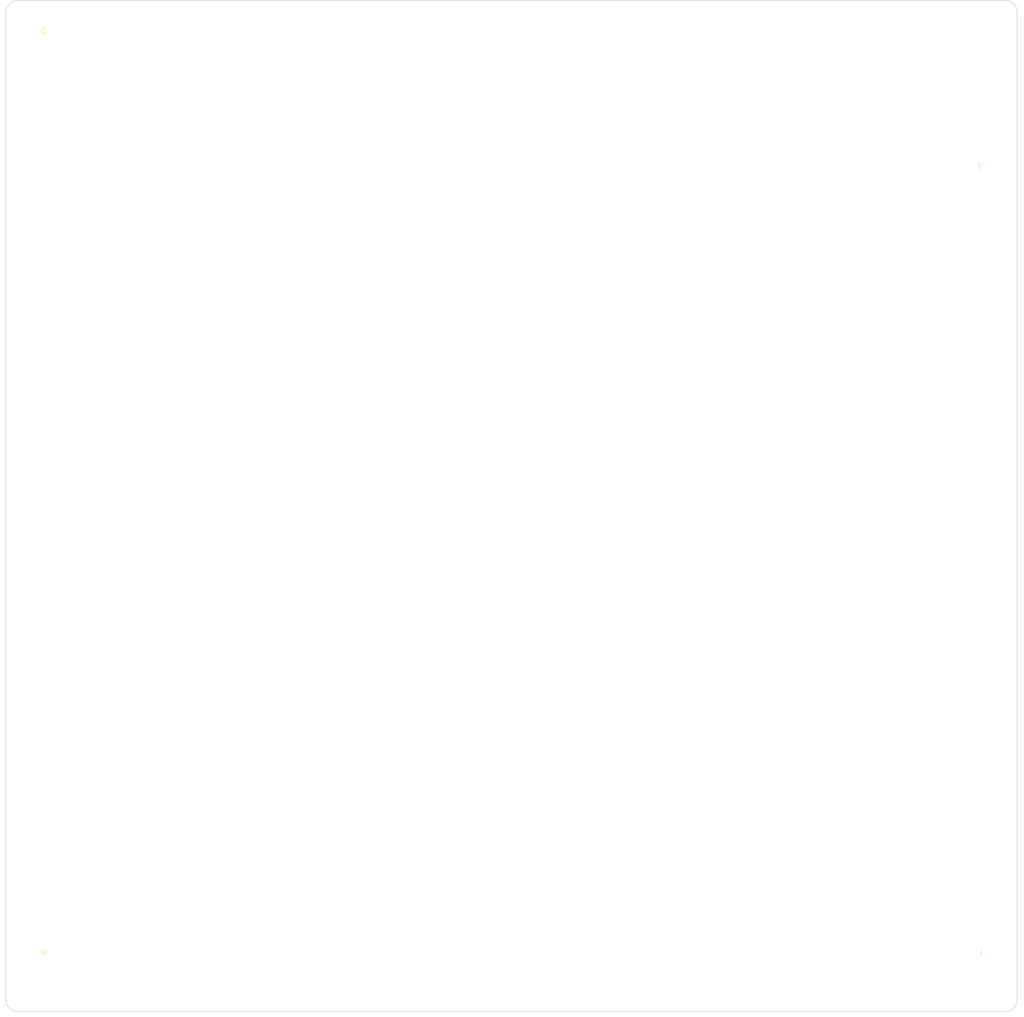
<source format=kicad_pcb>
(kicad_pcb (version 20211014) (generator pcbnew)
  (layers (0 "F.Cu" signal) (31 "B.Cu" signal) (34 "B.Paste" user) (35 "F.Paste" user) (36 "B.SilkS" user "B.Silkscreen") (37 "F.SilkS" user "F.Silkscreen") (38 "B.Mask" user) (39 "F.Mask" user) (44 "Edge.Cuts" user))
  (net 0 "")
  (footprint "MountingHole:MountingHole_4mm" (layer "F.Cu") (at 183.83 185.1)
    (fp_text reference "J" (at 0 -5) (layer "F.SilkS"))
    (fp_text value "MountingHole_4mm")
    (pad "" np_thru_hole circle locked (at 0 0) (size 4 4) (drill 4) (layers *.Cu *.Mask))
  )
  (footprint "MountingHole:MountingHole_4mm" (layer "F.Cu") (at 26.35 185.1)
    (fp_text reference "H" (at 0 -5) (layer "F.SilkS"))
    (fp_text value "MountingHole_4mm")
    (pad "" np_thru_hole circle locked (at 0 0) (size 4 4) (drill 4) (layers *.Cu *.Mask))
  )
  (footprint "MountingHole:MountingHole_4mm" (layer "F.Cu") (at 26.35 30.16)
    (fp_text reference "C" (at 0 -5) (layer "F.SilkS"))
    (fp_text value "MountingHole_4mm")
    (pad "" np_thru_hole circle locked (at 0 0) (size 4 4) (drill 4) (layers *.Cu *.Mask))
  )
  (footprint "MountingHole:MountingHole_4mm" (layer "F.Cu") (at 183.83 53.02)
    (fp_text reference "F" (at 0 -5) (layer "F.SilkS"))
    (fp_text value "MountingHole_4mm")
    (pad "" np_thru_hole circle locked (at 0 0) (size 4 4) (drill 4) (layers *.Cu *.Mask))
  )
  (gr_line (start 22 20) (end 188 20) (layer "Edge.Cuts") (width 0.1))
  (gr_arc (start 188 20) (mid 189.414214 20.585786) (end 190 22) (layer "Edge.Cuts") (width 0.1))
  (gr_line (start 190 188) (end 190 22) (layer "Edge.Cuts") (width 0.1))
  (gr_arc (start 20 22) (mid 20.585786 20.585786) (end 22 20) (layer "Edge.Cuts") (width 0.1))
  (gr_arc (start 22 190) (mid 20.585786 189.414214) (end 20 188) (layer "Edge.Cuts") (width 0.1))
  (gr_line (start 188 190) (end 22 190) (layer "Edge.Cuts") (width 0.1))
  (gr_arc (start 190 188) (mid 189.414214 189.414214) (end 188 190) (layer "Edge.Cuts") (width 0.1))
  (gr_line (start 20 188) (end 20 22) (layer "Edge.Cuts") (width 0.1))
)
</source>
